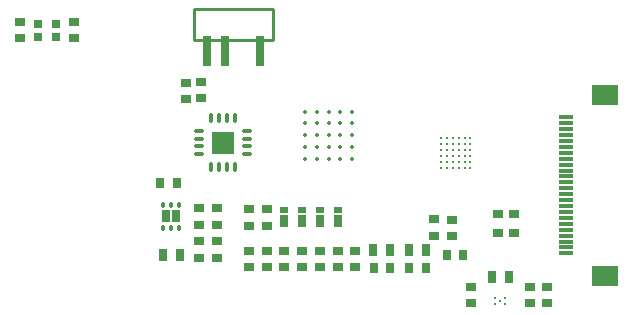
<source format=gtp>
%FSTAX23Y23*%
%MOIN*%
%SFA1B1*%

%IPPOS*%
%AMD17*
4,1,8,-0.004000,-0.008900,0.004000,-0.008900,0.005900,-0.006900,0.005900,0.006900,0.004000,0.008900,-0.004000,0.008900,-0.005900,0.006900,-0.005900,-0.006900,-0.004000,-0.008900,0.0*
1,1,0.003900,-0.004000,-0.006900*
1,1,0.003900,0.004000,-0.006900*
1,1,0.003900,0.004000,0.006900*
1,1,0.003900,-0.004000,0.006900*
%
%AMD46*
4,1,8,-0.013800,0.017800,-0.013800,-0.017800,-0.011900,-0.019700,0.011900,-0.019700,0.013800,-0.017800,0.013800,0.017800,0.011900,0.019700,-0.011900,0.019700,-0.013800,0.017800,0.0*
1,1,0.003860,-0.011900,0.017800*
1,1,0.003860,-0.011900,-0.017800*
1,1,0.003860,0.011900,-0.017800*
1,1,0.003860,0.011900,0.017800*
%
%ADD10R,0.035430X0.027560*%
%ADD11R,0.027560X0.035430*%
%ADD12R,0.031500X0.031500*%
%ADD13R,0.030320X0.038580*%
%ADD14R,0.027560X0.020470*%
%ADD15R,0.027560X0.041340*%
%ADD16R,0.033470X0.025590*%
G04~CAMADD=17~8~0.0~0.0~118.1~177.2~19.5~0.0~15~0.0~0.0~0.0~0.0~0~0.0~0.0~0.0~0.0~0~0.0~0.0~0.0~180.0~119.0~178.0*
%ADD17D17*%
%ADD19R,0.051180X0.011810*%
%ADD20R,0.086610X0.070870*%
%ADD21C,0.013780*%
%ADD23O,0.011810X0.033470*%
%ADD24O,0.033470X0.011810*%
%ADD25R,0.027560X0.098430*%
%ADD26C,0.010630*%
%ADD27C,0.010240*%
%ADD29C,0.010000*%
G04~CAMADD=46~8~0.0~0.0~393.7~275.6~19.3~0.0~15~0.0~0.0~0.0~0.0~0~0.0~0.0~0.0~0.0~0~0.0~0.0~0.0~90.0~276.0~394.0*
%ADD46D46*%
%ADD47R,0.074800X0.074800*%
%LNcombine8-1*%
%LPD*%
G54D10*
X00655Y00742D03*
Y00797D03*
X00234Y00943D03*
Y00998D03*
X00054Y00943D03*
Y00998D03*
X00709Y00266D03*
Y00211D03*
Y00321D03*
Y00376D03*
X01434Y0034D03*
Y00285D03*
X00649Y00211D03*
Y00266D03*
Y00376D03*
Y00321D03*
X01811Y00114D03*
Y00059D03*
X01752D03*
Y00114D03*
X01555D03*
Y00059D03*
X01171Y00179D03*
Y00234D03*
X00934Y00179D03*
Y00234D03*
X00993Y00179D03*
Y00234D03*
X01052Y00179D03*
Y00234D03*
X01112Y00179D03*
Y00234D03*
X00816Y00374D03*
Y00318D03*
X00875Y00372D03*
Y00316D03*
X00816Y00179D03*
Y00234D03*
X00875Y00179D03*
Y00234D03*
X01494Y00338D03*
Y00283D03*
X00605Y00795D03*
Y0074D03*
G54D11*
X01531Y0022D03*
X01476D03*
X00576Y00459D03*
X00521D03*
X0135Y00177D03*
X01405D03*
X01287D03*
X01232D03*
G54D12*
X00114Y0099D03*
Y00947D03*
X00174Y0099D03*
Y00947D03*
G54D13*
X01625Y00146D03*
X01682D03*
X01349Y00236D03*
X01405D03*
X01287D03*
X01231D03*
X00529Y00219D03*
X00585D03*
G54D14*
X00993Y0037D03*
X01052D03*
X01112D03*
X00934D03*
G54D15*
X00993Y00334D03*
X01052D03*
X01112D03*
X00934D03*
G54D16*
X01699Y00292D03*
X01646D03*
X01699Y00357D03*
X01646D03*
G54D17*
X00531Y0031D03*
X00556D03*
X00582D03*
Y00387D03*
X00556D03*
X00531D03*
G54D19*
X01874Y00226D03*
Y00246D03*
Y00265D03*
Y00285D03*
Y00305D03*
Y00324D03*
Y00344D03*
Y00364D03*
Y00383D03*
Y00403D03*
Y00423D03*
Y00442D03*
Y00462D03*
Y00482D03*
Y00501D03*
Y00521D03*
Y00541D03*
Y00561D03*
Y0058D03*
Y006D03*
Y0062D03*
Y00639D03*
Y00659D03*
Y00679D03*
G54D20*
X02002Y00151D03*
Y00753D03*
G54D21*
X01161Y00698D03*
Y00659D03*
X01121Y0062D03*
Y0058D03*
Y00541D03*
X01082Y00698D03*
Y0062D03*
Y0058D03*
Y00541D03*
X01043Y00698D03*
Y00659D03*
Y0062D03*
Y0058D03*
Y00541D03*
X01003Y00698D03*
Y00659D03*
Y0062D03*
Y0058D03*
Y00541D03*
X01121Y00698D03*
Y00659D03*
X01082D03*
X01161Y0062D03*
Y0058D03*
Y00541D03*
G54D23*
X00768Y00676D03*
X00742D03*
X00717D03*
X00691D03*
Y00513D03*
X00717D03*
X00742D03*
X00768D03*
G54D24*
X00648Y00633D03*
Y00607D03*
Y00582D03*
Y00556D03*
X00811D03*
Y00582D03*
Y00607D03*
Y00633D03*
G54D25*
X00853Y00901D03*
X00735D03*
X00676D03*
G54D26*
X01456Y0061D03*
X01476D03*
X01495D03*
X01515D03*
X01535D03*
X01554D03*
X01456Y0059D03*
X01476D03*
X01495D03*
X01515D03*
X01535D03*
X01554D03*
X01456Y0057D03*
X01476D03*
X01495D03*
X01515D03*
X01535D03*
X01554D03*
X01456Y00551D03*
X01476D03*
X01495D03*
X01515D03*
X01535D03*
X01554D03*
X01456Y00531D03*
X01476D03*
X01495D03*
X01515D03*
X01535D03*
X01554D03*
X01456Y00511D03*
X01476D03*
X01495D03*
X01515D03*
X01535D03*
X01554D03*
G54D27*
X01637Y00057D03*
Y00077D03*
X01654Y00067D03*
X01671Y00057D03*
Y00077D03*
G54D29*
X00896Y00938D02*
Y01041D01*
X00633D02*
X00896D01*
X00633Y00938D02*
Y01041D01*
Y00938D02*
X00896D01*
G54D46*
X00539Y00349D03*
X00574D03*
G54D47*
X0073Y00595D03*
M02*
</source>
